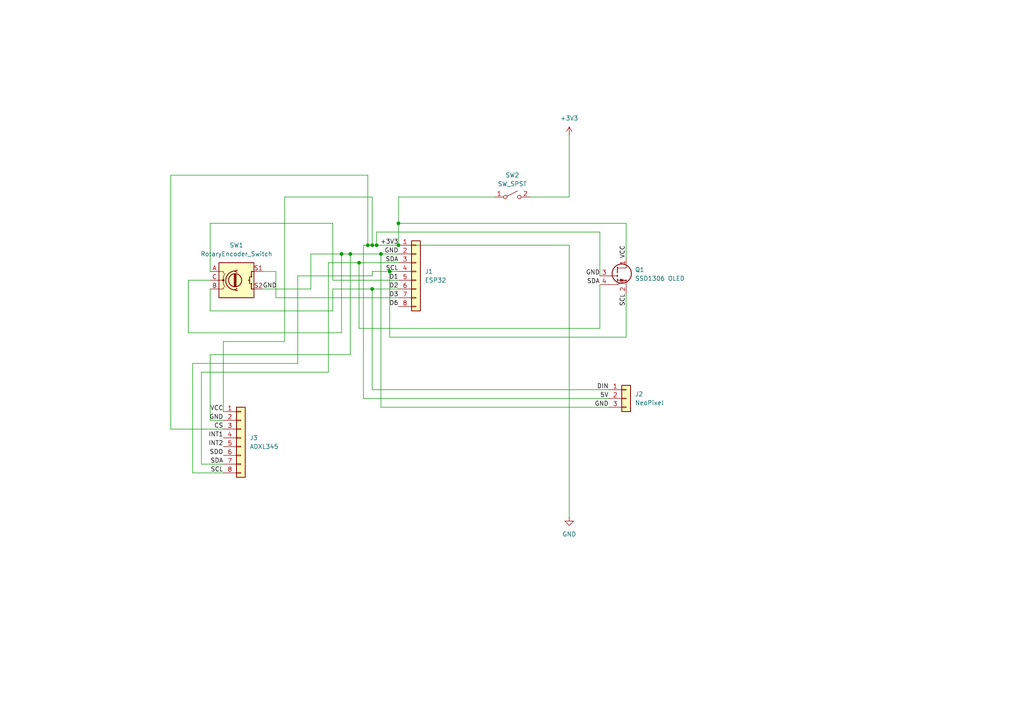
<source format=kicad_sch>
(kicad_sch (version 20250114) (generator "eeschema") (generator_version "9.0")
  (paper "A4")
  (title_block (title "GBC_Game") (date "2025-12-01"))
  (lib_symbols
    (symbol "Connector_Generic:Conn_01x03" (pin_names (offset 1.016) (hide yes))
      (property "Reference" "J" (at 0 5.08 0))
      (property "Value" "Conn_01x03" (at 0 -5.08 0))
      (symbol "Conn_01x03_1_1"
        (rectangle (start -1.27 3.81) (end 1.27 -3.81) (stroke (width 0.254)) (fill (type background)))
        (rectangle (start -1.27 2.667) (end 0 2.413) (stroke (width 0.1524)))
        (rectangle (start -1.27 0.127) (end 0 -0.127) (stroke (width 0.1524)))
        (rectangle (start -1.27 -2.413) (end 0 -2.667) (stroke (width 0.1524)))
        (pin passive line (at -5.08 2.54 0) (length 3.81) (name "Pin_1") (number "1"))
        (pin passive line (at -5.08 0 0) (length 3.81) (name "Pin_2") (number "2"))
        (pin passive line (at -5.08 -2.54 0) (length 3.81) (name "Pin_3") (number "3"))
      )
    )
    (symbol "Connector_Generic:Conn_01x08" (pin_names (offset 1.016) (hide yes))
      (property "Reference" "J" (at 0 10.16 0))
      (property "Value" "Conn_01x08" (at 0 -12.7 0))
      (symbol "Conn_01x08_1_1"
        (rectangle (start -1.27 8.89) (end 1.27 -11.43) (stroke (width 0.254)) (fill (type background)))
        (rectangle (start -1.27 7.747) (end 0 7.493) (stroke (width 0.1524)))
        (rectangle (start -1.27 5.207) (end 0 4.953) (stroke (width 0.1524)))
        (rectangle (start -1.27 2.667) (end 0 2.413) (stroke (width 0.1524)))
        (rectangle (start -1.27 0.127) (end 0 -0.127) (stroke (width 0.1524)))
        (rectangle (start -1.27 -2.413) (end 0 -2.667) (stroke (width 0.1524)))
        (rectangle (start -1.27 -4.953) (end 0 -5.207) (stroke (width 0.1524)))
        (rectangle (start -1.27 -7.493) (end 0 -7.747) (stroke (width 0.1524)))
        (rectangle (start -1.27 -10.033) (end 0 -10.287) (stroke (width 0.1524)))
        (pin passive line (at -5.08 7.62 0) (length 3.81) (name "Pin_1") (number "1"))
        (pin passive line (at -5.08 5.08 0) (length 3.81) (name "Pin_2") (number "2"))
        (pin passive line (at -5.08 2.54 0) (length 3.81) (name "Pin_3") (number "3"))
        (pin passive line (at -5.08 0 0) (length 3.81) (name "Pin_4") (number "4"))
        (pin passive line (at -5.08 -2.54 0) (length 3.81) (name "Pin_5") (number "5"))
        (pin passive line (at -5.08 -5.08 0) (length 3.81) (name "Pin_6") (number "6"))
        (pin passive line (at -5.08 -7.62 0) (length 3.81) (name "Pin_7") (number "7"))
        (pin passive line (at -5.08 -10.16 0) (length 3.81) (name "Pin_8") (number "8"))
      )
    )
    (symbol "Device:RotaryEncoder_Switch" (pin_names (offset 0.254) (hide yes))
      (property "Reference" "SW" (at 0 6.604 0))
      (property "Value" "RotaryEncoder_Switch" (at 0 -6.604 0))
      (symbol "RotaryEncoder_Switch_0_1"
        (rectangle (start -5.08 5.08) (end 5.08 -5.08) (stroke (width 0.254)) (fill (type background)))
        (polyline (pts (xy -5.08 2.54) (xy -3.81 2.54) (xy -3.81 2.032)))
        (polyline (pts (xy -5.08 0) (xy -3.81 0) (xy -3.81 -1.016) (xy -3.302 -2.032)))
        (polyline (pts (xy -5.08 -2.54) (xy -3.81 -2.54) (xy -3.81 -2.032)))
        (polyline (pts (xy -4.318 0) (xy -3.81 0) (xy -3.81 1.016) (xy -3.302 2.032)))
        (circle (center -3.81 0) (radius 0.254) (fill (type outline)))
        (polyline (pts (xy -0.635 -1.778) (xy -0.635 1.778)) (stroke (width 0.254)))
        (circle (center -0.381 0) (radius 1.905) (stroke (width 0.254)))
        (polyline (pts (xy -0.381 -1.778) (xy -0.381 1.778)) (stroke (width 0.254)))
        (arc (start -0.381 -2.794) (mid -3.0988 -0.0635) (end -0.381 2.667) (stroke (width 0.254)))
        (polyline (pts (xy -0.127 1.778) (xy -0.127 -1.778)) (stroke (width 0.254)))
        (polyline (pts (xy 0.254 2.921) (xy -0.508 2.667) (xy 0.127 2.286)) (stroke (width 0.254)))
        (polyline (pts (xy 0.254 -3.048) (xy -0.508 -2.794) (xy 0.127 -2.413)) (stroke (width 0.254)))
        (polyline (pts (xy 3.81 1.016) (xy 3.81 -1.016)) (stroke (width 0.254)))
        (polyline (pts (xy 3.81 0) (xy 3.429 0)) (stroke (width 0.254)))
        (circle (center 4.318 1.016) (radius 0.127) (stroke (width 0.254)))
        (circle (center 4.318 -1.016) (radius 0.127) (stroke (width 0.254)))
        (polyline (pts (xy 5.08 2.54) (xy 4.318 2.54) (xy 4.318 1.016)) (stroke (width 0.254)))
        (polyline (pts (xy 5.08 -2.54) (xy 4.318 -2.54) (xy 4.318 -1.016)) (stroke (width 0.254)))
      )
      (symbol "RotaryEncoder_Switch_1_1"
        (pin passive line (at -7.62 2.54 0) (length 2.54) (name "A") (number "A"))
        (pin passive line (at -7.62 0 0) (length 2.54) (name "C") (number "C"))
        (pin passive line (at -7.62 -2.54 0) (length 2.54) (name "B") (number "B"))
        (pin passive line (at 7.62 2.54 180) (length 2.54) (name "S1") (number "S1"))
        (pin passive line (at 7.62 -2.54 180) (length 2.54) (name "S2") (number "S2"))
      )
    )
    (symbol "Switch:SW_SPST" (pin_names (offset 0) (hide yes))
      (property "Reference" "SW" (at 0 3.175 0))
      (property "Value" "SW_SPST" (at 0 -2.54 0))
      (symbol "SW_SPST_0_0"
        (circle (center -2.032 0) (radius 0.508))
        (polyline (pts (xy -1.524 0.254) (xy 1.524 1.778)))
        (circle (center 2.032 0) (radius 0.508))
      )
      (symbol "SW_SPST_1_1"
        (pin passive line (at -5.08 0 0) (length 2.54) (name "A") (number "1"))
        (pin passive line (at 5.08 0 180) (length 2.54) (name "B") (number "2"))
      )
    )
    (symbol "Transistor_FET:GS66508B" (pin_names (offset 0) (hide yes))
      (property "Reference" "Q" (at 5.08 1.905 0))
      (property "Value" "GS66508B" (at 5.08 0 0))
      (symbol "GS66508B_0_1"
        (polyline (pts (xy -2.54 -2.54) (xy 0 -2.54)))
        (polyline (pts (xy 0 2.286) (xy 2.54 2.286)))
        (polyline (pts (xy 0 0) (xy -2.54 0)))
        (polyline (pts (xy 0 -2.54) (xy 2.54 -1.27)))
        (circle (center 1.27 0.635) (radius 2.794) (stroke (width 0.254)))
        (polyline (pts (xy 1.905 -1.27) (xy 0.889 -0.889) (xy 0.889 -1.651) (xy 1.905 -1.27)) (fill (type outline)))
        (polyline (pts (xy 2.54 2.286) (xy 2.54 2.54)))
        (polyline (pts (xy 2.54 -1.27) (xy 0 -1.27)))
        (circle (center 2.54 -1.27) (radius 0.127))
        (polyline (pts (xy 2.54 -2.54) (xy 2.54 -1.27)))
      )
      (symbol "GS66508B_1_1"
        (polyline (pts (xy 0 0.889) (xy 0 2.54)) (stroke (width 0.254)))
        (polyline (pts (xy 0 0.254) (xy 0 -0.254)) (stroke (width 0.254)))
        (polyline (pts (xy 0 -0.889) (xy 0 -1.524)) (stroke (width 0.254)))
        (pin input line (at -5.08 0 0) (length 2.54) (name "G") (number "3"))
        (pin passive line (at -5.08 -2.54 0) (length 2.54) (name "SS") (number "4"))
        (pin passive line (at 2.54 5.08 270) (length 2.54) (name "D") (number "1"))
        (pin passive line (at 2.54 -5.08 90) (length 2.54) (name "S") (number "2"))
      )
    )
    (symbol "power:+3V3" (power) (pin_numbers (hide yes)) (pin_names (offset 0) (hide yes))
      (property "Value" "+3V3" (at 0 3.556 0))
      (symbol "+3V3_0_1"
        (polyline (pts (xy -0.762 1.27) (xy 0 2.54)))
        (polyline (pts (xy 0 2.54) (xy 0.762 1.27)))
        (polyline (pts (xy 0 0) (xy 0 2.54)))
      )
      (symbol "+3V3_1_1"
        (pin power_in line (at 0 0 90) (length 0) (name "~") (number "1"))
      )
    )
    (symbol "power:GND" (power) (pin_numbers (hide yes)) (pin_names (offset 0) (hide yes))
      (property "Value" "GND" (at 0 -3.81 0))
      (symbol "GND_0_1"
        (polyline (pts (xy 0 0) (xy 0 -1.27) (xy 1.27 -1.27) (xy 0 -2.54) (xy -1.27 -1.27) (xy 0 -1.27)))
      )
      (symbol "GND_1_1"
        (pin power_in line (at 0 0 270) (length 0) (name "~") (number "1"))
      )
    )
  )
  (junction (at 109.22 71.12))
  (junction (at 107.95 83.82))
  (junction (at 101.6 73.66))
  (junction (at 115.57 71.12))
  (junction (at 115.57 64.77))
  (junction (at 104.14 76.2))
  (junction (at 110.49 73.66))
  (junction (at 99.06 73.66))
  (junction (at 107.95 71.12))
  (junction (at 113.03 78.74))
  (junction (at 106.68 71.12))
  (wire (pts (xy 173.99 80.01) (xy 173.99 67.31)))
  (wire (pts (xy 96.52 81.28) (xy 115.57 81.28)))
  (wire (pts (xy 82.55 99.06) (xy 82.55 57.15)))
  (wire (pts (xy 96.52 90.17) (xy 96.52 83.82)))
  (wire (pts (xy 60.96 78.74) (xy 60.96 64.77)))
  (wire (pts (xy 80.01 78.74) (xy 80.01 86.36)))
  (wire (pts (xy 95.25 76.2) (xy 104.14 76.2)))
  (wire (pts (xy 55.88 105.41) (xy 86.36 105.41)))
  (wire (pts (xy 64.77 121.92) (xy 60.96 121.92)))
  (wire (pts (xy 165.1 39.37) (xy 165.1 57.15)))
  (wire (pts (xy 80.01 86.36) (xy 115.57 86.36)))
  (wire (pts (xy 64.77 134.62) (xy 58.42 134.62)))
  (wire (pts (xy 106.68 71.12) (xy 107.95 71.12)))
  (wire (pts (xy 176.53 118.11) (xy 110.49 118.11)))
  (wire (pts (xy 109.22 71.12) (xy 115.57 71.12)))
  (wire (pts (xy 115.57 64.77) (xy 115.57 71.12)))
  (wire (pts (xy 165.1 57.15) (xy 153.67 57.15)))
  (wire (pts (xy 173.99 82.55) (xy 173.99 95.25)))
  (wire (pts (xy 115.57 57.15) (xy 115.57 64.77)))
  (wire (pts (xy 82.55 57.15) (xy 107.95 57.15)))
  (wire (pts (xy 107.95 80.01) (xy 107.95 78.74)))
  (wire (pts (xy 86.36 105.41) (xy 86.36 80.01)))
  (wire (pts (xy 113.03 97.79) (xy 113.03 78.74)))
  (wire (pts (xy 176.53 115.57) (xy 105.41 115.57)))
  (wire (pts (xy 58.42 107.95) (xy 95.25 107.95)))
  (wire (pts (xy 165.1 71.12) (xy 165.1 149.86)))
  (wire (pts (xy 90.17 83.82) (xy 90.17 73.66)))
  (wire (pts (xy 64.77 119.38) (xy 64.77 99.06)))
  (wire (pts (xy 86.36 80.01) (xy 107.95 80.01)))
  (wire (pts (xy 64.77 124.46) (xy 49.53 124.46)))
  (wire (pts (xy 173.99 95.25) (xy 104.14 95.25)))
  (wire (pts (xy 101.6 73.66) (xy 110.49 73.66)))
  (wire (pts (xy 55.88 137.16) (xy 55.88 105.41)))
  (wire (pts (xy 107.95 57.15) (xy 107.95 71.12)))
  (wire (pts (xy 113.03 78.74) (xy 115.57 78.74)))
  (wire (pts (xy 181.61 74.93) (xy 181.61 64.77)))
  (wire (pts (xy 54.61 96.52) (xy 99.06 96.52)))
  (wire (pts (xy 99.06 73.66) (xy 101.6 73.66)))
  (wire (pts (xy 49.53 50.8) (xy 106.68 50.8)))
  (wire (pts (xy 105.41 71.12) (xy 105.41 115.57)))
  (wire (pts (xy 60.96 64.77) (xy 96.52 64.77)))
  (wire (pts (xy 60.96 83.82) (xy 60.96 90.17)))
  (wire (pts (xy 49.53 124.46) (xy 49.53 50.8)))
  (wire (pts (xy 106.68 50.8) (xy 106.68 71.12)))
  (wire (pts (xy 107.95 83.82) (xy 115.57 83.82)))
  (wire (pts (xy 64.77 137.16) (xy 55.88 137.16)))
  (wire (pts (xy 110.49 118.11) (xy 110.49 73.66)))
  (wire (pts (xy 120.65 71.12) (xy 165.1 71.12)))
  (wire (pts (xy 107.95 78.74) (xy 113.03 78.74)))
  (wire (pts (xy 176.53 113.03) (xy 107.95 113.03)))
  (wire (pts (xy 64.77 99.06) (xy 82.55 99.06)))
  (wire (pts (xy 107.95 71.12) (xy 109.22 71.12)))
  (wire (pts (xy 101.6 102.87) (xy 101.6 73.66)))
  (wire (pts (xy 95.25 107.95) (xy 95.25 76.2)))
  (wire (pts (xy 60.96 90.17) (xy 96.52 90.17)))
  (wire (pts (xy 96.52 64.77) (xy 96.52 81.28)))
  (wire (pts (xy 60.96 121.92) (xy 60.96 102.87)))
  (wire (pts (xy 99.06 73.66) (xy 99.06 96.52)))
  (wire (pts (xy 76.2 78.74) (xy 80.01 78.74)))
  (wire (pts (xy 76.2 83.82) (xy 90.17 83.82)))
  (wire (pts (xy 107.95 83.82) (xy 107.95 113.03)))
  (wire (pts (xy 90.17 73.66) (xy 99.06 73.66)))
  (wire (pts (xy 104.14 95.25) (xy 104.14 76.2)))
  (wire (pts (xy 181.61 85.09) (xy 181.61 97.79)))
  (wire (pts (xy 54.61 81.28) (xy 54.61 96.52)))
  (wire (pts (xy 105.41 71.12) (xy 106.68 71.12)))
  (wire (pts (xy 96.52 83.82) (xy 107.95 83.82)))
  (wire (pts (xy 58.42 134.62) (xy 58.42 107.95)))
  (wire (pts (xy 109.22 67.31) (xy 109.22 71.12)))
  (wire (pts (xy 181.61 64.77) (xy 115.57 64.77)))
  (wire (pts (xy 181.61 97.79) (xy 113.03 97.79)))
  (wire (pts (xy 60.96 81.28) (xy 54.61 81.28)))
  (wire (pts (xy 110.49 73.66) (xy 115.57 73.66)))
  (wire (pts (xy 115.57 57.15) (xy 143.51 57.15)))
  (wire (pts (xy 60.96 102.87) (xy 101.6 102.87)))
  (wire (pts (xy 173.99 67.31) (xy 109.22 67.31)))
  (wire (pts (xy 104.14 76.2) (xy 115.57 76.2)))
  (label "GND" (at 115.57 73.66 180))
  (label "VCC" (at 181.61 74.93 90))
  (label "DIN" (at 176.53 113.03 180))
  (label "SCL" (at 115.57 78.74 180))
  (label "SDO" (at 64.77 132.08 180))
  (label "D2" (at 115.57 83.82 180))
  (label "VCC" (at 64.77 119.38 180))
  (label "SDA" (at 115.57 76.2 180))
  (label "GND" (at 76.2 83.82 0))
  (label "+3V3" (at 115.57 71.12 180))
  (label "INT1" (at 64.77 127 180))
  (label "5V" (at 176.53 115.57 180))
  (label "SCL" (at 181.61 85.09 270))
  (label "GND" (at 173.99 80.01 180))
  (label "GND" (at 64.77 121.92 180))
  (label "GND" (at 176.53 118.11 180))
  (label "SCL" (at 64.77 137.16 180))
  (label "D1" (at 115.57 81.28 180))
  (label "D3" (at 115.57 86.36 180))
  (label "SDA" (at 64.77 134.62 180))
  (label "SDA" (at 173.99 82.55 180))
  (label "CS" (at 64.77 124.46 180))
  (label "D6" (at 115.57 88.9 180))
  (label "INT2" (at 64.77 129.54 180))
  (symbol (lib_id "Connector_Generic:Conn_01x08") (at 69.85 127 0) (unit 1)
    (property "Reference" "J3" (at 72.39 126.9999 0) (effects (justify left)))
    (property "Value" "ADXL345" (at 72.39 129.5399 0) (effects (justify left)))
    (property "Description" "Generic connector, single row, 01x08, script generated (kicad-library-utils/schlib/autogen/connector/)" (effects (hide yes)))
  )
  (symbol (lib_id "Transistor_FET:GS66508B") (at 179.07 80.01 0) (unit 1)
    (property "Reference" "Q1" (at 184.15 78.2319 0) (effects (justify left)))
    (property "Value" "SSD1306 OLED" (at 184.15 80.7719 0) (effects (justify left)))
    (property "Footprint" "Transistor_Power:GaN_Systems_GaNPX-4_7x8.4mm" (effects (hide yes)))
    (property "Datasheet" "https://gansystems.com/wp-content/uploads/2020/04/GS66508B-DS-Rev-200402.pdf" (effects (hide yes)))
    (property "Description" "Bottom-side cooled 650 V E-mode GaN transistor, 30A Id, GaN_PX" (effects (hide yes)))
  )
  (symbol (lib_id "power:+3V3") (at 165.1 39.37 0) (unit 1)
    (property "Reference" "#PWR01" (effects (hide yes)))
    (property "Value" "+3V3" (at 165.1 34.29 0))
    (property "Description" "Power symbol creates a global label with name \"+3V3\"" (effects (hide yes)))
  )
  (symbol (lib_id "Switch:SW_SPST") (at 148.59 57.15 0) (unit 1)
    (property "Reference" "SW2" (at 148.59 50.8 0))
    (property "Value" "SW_SPST" (at 148.59 53.34 0))
    (property "Description" "Single Pole Single Throw (SPST) switch" (effects (hide yes)))
  )
  (symbol (lib_id "Device:RotaryEncoder_Switch") (at 68.58 81.28 0) (unit 1)
    (property "Reference" "SW1" (at 68.58 71.12 0))
    (property "Value" "RotaryEncoder_Switch" (at 68.58 73.66 0))
    (property "Description" "Rotary encoder, dual channel, incremental quadrate outputs, with switch" (effects (hide yes)))
  )
  (symbol (lib_id "power:GND") (at 165.1 149.86 0) (unit 1)
    (property "Reference" "#PWR02" (effects (hide yes)))
    (property "Value" "GND" (at 165.1 154.94 0))
    (property "Description" "Power symbol creates a global label with name \"GND\" , ground" (effects (hide yes)))
  )
  (symbol (lib_id "Connector_Generic:Conn_01x08") (at 120.65 78.74 0) (unit 1)
    (property "Reference" "J1" (at 123.19 78.7399 0) (effects (justify left)))
    (property "Value" "ESP32" (at 123.19 81.2799 0) (effects (justify left)))
    (property "Description" "Generic connector, single row, 01x08, script generated (kicad-library-utils/schlib/autogen/connector/)" (effects (hide yes)))
  )
  (symbol (lib_id "Connector_Generic:Conn_01x03") (at 181.61 115.57 0) (unit 1)
    (property "Reference" "J2" (at 184.15 114.2999 0) (effects (justify left)))
    (property "Value" "NeoPixel" (at 184.15 116.8399 0) (effects (justify left)))
    (property "Description" "Generic connector, single row, 01x03, script generated (kicad-library-utils/schlib/autogen/connector/)" (effects (hide yes)))
  )
)
</source>
